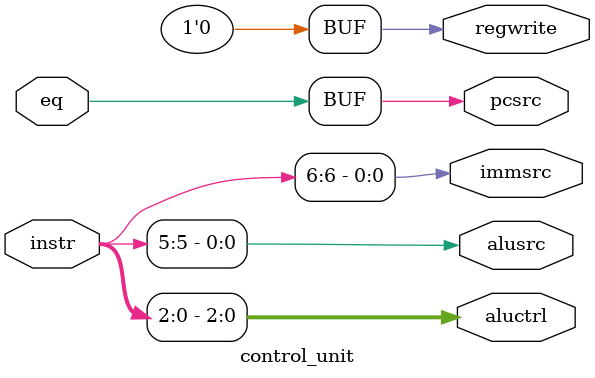
<source format=sv>
module control_unit (
    input logic    eq,        // the EQ input gate
    input logic [31:0]     instr,  // instruction into control unit
    output logic  regwrite, // write enable for reg file      write is for storing
    output logic [2:0] aluctrl,  // to chose which instruction alu execute
    output logic  alusrc,   // to chose whether it is RD2 or Imm sign extension
    output logic  immsrc,   // to choose if it is normal extention or branch extension
    output logic  pcsrc     // to choose if it is branch jump or increment of 4 address
);

 assign regwrite = 0;
 assign aluctrl = instr[2:0];
 assign alusrc = instr[5];
 assign immsrc = instr[6];
 assign pcsrc = eq;
endmodule


</source>
